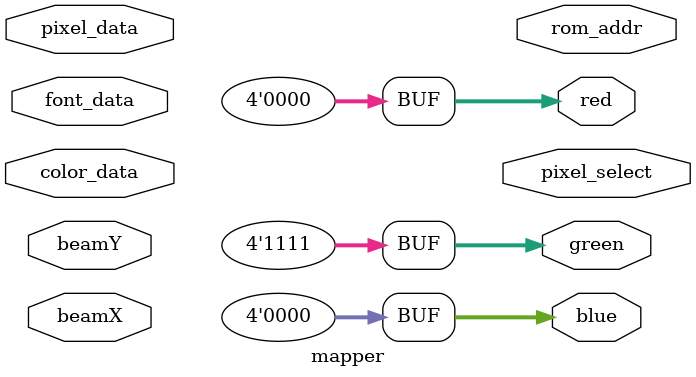
<source format=sv>
module mapper (
    input [9:0] beamX,
    input [9:0] beamY,
    input [7:0] font_data,
    input [31:0] pixel_data,
    input [31:0] color_data,
    
    output [10:0] rom_addr,
    output [11:0] pixel_select,
    
    output [3:0] red,
    output [3:0] green,
    output [3:0] blue
);


assign red = 4'b0000;
assign green = 4'b1111;
assign blue = 4'b0000;

endmodule


</source>
